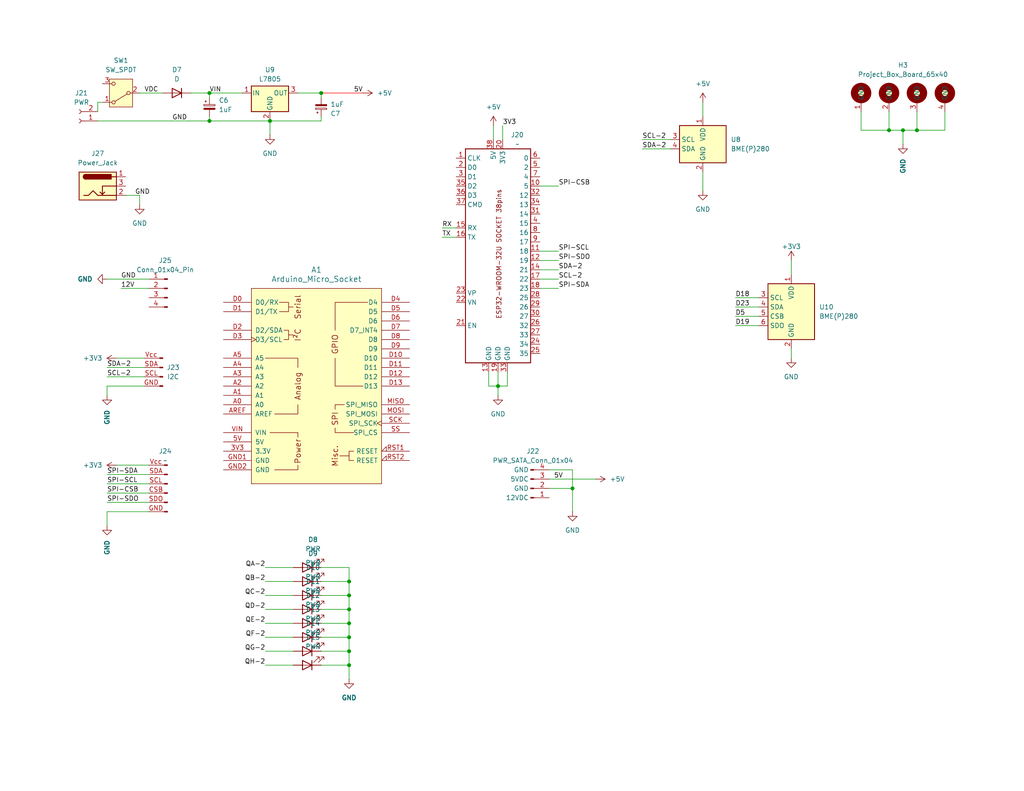
<source format=kicad_sch>
(kicad_sch (version 20231120) (generator "eeschema") (generator_version "8.0")
  (paper "USLetter")
  (title_block (title "ESP32 Sensor Node") (date "2024-07-03") (rev "v2.0") (comment 1 "ESP32-WROOM-32U DevKit"))
  (lib_symbols
    (symbol "+3V3_2" (power) (pin_numbers hide) (pin_names (offset 0) hide)
      (property "Value" "+3V3" (at 0 3.556 0))
      (symbol "+3V3_2_0_1"
        (polyline (pts (xy -0.762 1.27) (xy 0 2.54)))
        (polyline (pts (xy 0 0) (xy 0 2.54)))
        (polyline (pts (xy 0 2.54) (xy 0.762 1.27)))
      )
      (symbol "+3V3_2_1_1"
        (pin power_in line (at 0 0 90) (length 0) (name "~") (number "1"))
      )
    )
    (symbol "+5V_2" (power) (pin_numbers hide) (pin_names (offset 0) hide)
      (property "Value" "+5V" (at 0 3.556 0))
      (symbol "+5V_2_0_1"
        (polyline (pts (xy -0.762 1.27) (xy 0 2.54)))
        (polyline (pts (xy 0 0) (xy 0 2.54)))
        (polyline (pts (xy 0 2.54) (xy 0.762 1.27)))
      )
      (symbol "+5V_2_1_1"
        (pin power_in line (at 0 0 90) (length 0) (name "~") (number "1"))
      )
    )
    (symbol "Alexander Symbol Library:BME(P)280"
      (property "Reference" "U" (at -7.62 10.16 0))
      (property "Value" "BME(P)280" (at 5.08 10.16 0))
      (symbol "BME(P)280_0_1"
        (rectangle (start -7.62 7.62) (end 5.08 -2.54) (stroke (width 0.254)) (fill (type background)))
      )
      (symbol "BME(P)280_1_1"
        (pin power_in line (at -1.27 10.16 270) (length 2.54) (name "VDD") (number "1"))
        (pin power_out line (at -1.27 -5.08 90) (length 2.54) (name "GND") (number "2"))
        (pin input line (at -10.16 3.81 0) (length 2.54) (name "SCL") (number "3"))
        (pin bidirectional line (at -10.16 1.27 0) (length 2.54) (name "SDA") (number "4"))
      )
    )
    (symbol "Alexander Symbol Library:ESP32-WROOM-32U-38pins"
      (property "Reference" "J20" (at 13.6241 62.23 0))
      (property "Value" "~" (at 13.6241 59.69 0))
      (symbol "ESP32-WROOM-32U-38pins_0_1"
        (rectangle (start 0 58.42) (end 17.78 0) (stroke (width 0.254)))
      )
      (symbol "ESP32-WROOM-32U-38pins_1_1"
        (text "ESP32-WROOM-32U SOCKET 38pins" (at 9.144 29.718 900) (effects (font (size 1.27 1.27))))
        (pin input line (at -2.54 55.88 0) (length 2.54) (name "CLK") (number "1"))
        (pin bidirectional line (at 20.32 48.26 180) (length 2.54) (name "5") (number "10"))
        (pin bidirectional line (at 20.32 30.48 180) (length 2.54) (name "18") (number "11"))
        (pin bidirectional line (at 20.32 27.94 180) (length 2.54) (name "19") (number "12"))
        (pin power_out line (at 6.35 -2.54 90) (length 2.54) (name "GND") (number "13"))
        (pin bidirectional line (at 20.32 25.4 180) (length 2.54) (name "21") (number "14"))
        (pin bidirectional line (at -2.54 36.83 0) (length 2.54) (name "RX") (number "15"))
        (pin bidirectional line (at -2.54 34.29 0) (length 2.54) (name "TX") (number "16"))
        (pin bidirectional line (at 20.32 22.86 180) (length 2.54) (name "22") (number "17"))
        (pin bidirectional line (at 20.32 20.32 180) (length 2.54) (name "23") (number "18"))
        (pin power_out line (at 8.89 -2.54 90) (length 2.54) (name "GND") (number "19"))
        (pin bidirectional line (at -2.54 53.34 0) (length 2.54) (name "D0") (number "2"))
        (pin power_in line (at 10.16 60.96 270) (length 2.54) (name "3V3") (number "20"))
        (pin bidirectional line (at -2.54 10.16 0) (length 2.54) (name "EN") (number "21"))
        (pin bidirectional line (at -2.54 16.51 0) (length 2.54) (name "VN") (number "22"))
        (pin bidirectional line (at -2.54 19.05 0) (length 2.54) (name "VP") (number "23"))
        (pin bidirectional line (at 20.32 5.08 180) (length 2.54) (name "34") (number "24"))
        (pin bidirectional line (at 20.32 2.54 180) (length 2.54) (name "35") (number "25"))
        (pin bidirectional line (at 20.32 10.16 180) (length 2.54) (name "32") (number "26"))
        (pin bidirectional line (at 20.32 7.62 180) (length 2.54) (name "33") (number "27"))
        (pin bidirectional line (at 20.32 17.78 180) (length 2.54) (name "25") (number "28"))
        (pin bidirectional line (at 20.32 15.24 180) (length 2.54) (name "26") (number "29"))
        (pin bidirectional line (at -2.54 50.8 0) (length 2.54) (name "D1") (number "3"))
        (pin bidirectional line (at 20.32 12.7 180) (length 2.54) (name "27") (number "30"))
        (pin bidirectional line (at 20.32 40.64 180) (length 2.54) (name "14") (number "31"))
        (pin bidirectional line (at 20.32 45.72 180) (length 2.54) (name "12") (number "32"))
        (pin power_out line (at 11.43 -2.54 90) (length 2.54) (name "GND") (number "33"))
        (pin bidirectional line (at 20.32 43.18 180) (length 2.54) (name "13") (number "34"))
        (pin bidirectional line (at -2.54 48.26 0) (length 2.54) (name "D2") (number "35"))
        (pin bidirectional line (at -2.54 45.72 0) (length 2.54) (name "D3") (number "36"))
        (pin bidirectional line (at -2.54 43.18 0) (length 2.54) (name "CMD") (number "37"))
        (pin power_in line (at 7.62 60.96 270) (length 2.54) (name "5V") (number "38"))
        (pin bidirectional line (at 20.32 38.1 180) (length 2.54) (name "15") (number "4"))
        (pin bidirectional line (at 20.32 53.34 180) (length 2.54) (name "2") (number "5"))
        (pin bidirectional line (at 20.32 55.88 180) (length 2.54) (name "0") (number "6"))
        (pin bidirectional line (at 20.32 50.8 180) (length 2.54) (name "4") (number "7"))
        (pin bidirectional line (at 20.32 35.56 180) (length 2.54) (name "16") (number "8"))
        (pin bidirectional line (at 20.32 33.02 180) (length 2.54) (name "17") (number "9"))
      )
    )
    (symbol "Alexander_Library_Symbols:BME(P)280"
      (property "Reference" "U" (at -7.62 10.16 0))
      (property "Value" "BME(P)280" (at 5.08 10.16 0))
      (symbol "BME(P)280_0_1"
        (rectangle (start -7.62 7.62) (end 5.08 -7.62) (stroke (width 0.254)) (fill (type background)))
      )
      (symbol "BME(P)280_1_1"
        (pin power_in line (at -1.27 10.16 270) (length 2.54) (name "VDD") (number "1"))
        (pin power_out line (at -1.27 -10.16 90) (length 2.54) (name "GND") (number "2"))
        (pin input line (at -10.16 3.81 0) (length 2.54) (name "SCL") (number "3"))
        (pin bidirectional line (at -10.16 1.27 0) (length 2.54) (name "SDA") (number "4"))
        (pin input line (at -10.16 -1.27 0) (length 2.54) (name "CSB") (number "5"))
        (pin input line (at -10.16 -3.81 0) (length 2.54) (name "SDO") (number "6"))
      )
    )
    (symbol "Alexander_Library_Symbols:Conn_I2C_01x04" (pin_names (offset 1.016) hide)
      (property "Reference" "J" (at 0 5.08 0))
      (property "Value" "I2C" (at 0 -7.62 0))
      (symbol "Conn_I2C_01x04_1_1"
        (polyline (pts (xy 1.27 -5.08) (xy 0.8636 -5.08)) (stroke (width 0.1524)))
        (polyline (pts (xy 1.27 -2.54) (xy 0.8636 -2.54)) (stroke (width 0.1524)))
        (polyline (pts (xy 1.27 0) (xy 0.8636 0)) (stroke (width 0.1524)))
        (polyline (pts (xy 1.27 2.54) (xy 0.8636 2.54)) (stroke (width 0.1524)))
        (rectangle (start 0.8636 -4.953) (end 0 -5.207) (stroke (width 0.1524)) (fill (type outline)))
        (rectangle (start 0.8636 -2.413) (end 0 -2.667) (stroke (width 0.1524)) (fill (type outline)))
        (rectangle (start 0.8636 0.127) (end 0 -0.127) (stroke (width 0.1524)) (fill (type outline)))
        (rectangle (start 0.8636 2.667) (end 0 2.413) (stroke (width 0.1524)) (fill (type outline)))
        (pin power_out line (at 5.08 -5.08 180) (length 3.81) (name "GND") (number "GND"))
        (pin bidirectional line (at 5.08 -2.54 180) (length 3.81) (name "SCL") (number "SCL"))
        (pin bidirectional line (at 5.08 0 180) (length 3.81) (name "SDA") (number "SDA"))
        (pin power_in line (at 5.08 2.54 180) (length 3.81) (name "VCC") (number "Vcc"))
      )
    )
    (symbol "Alexander_Library_Symbols:PWR_SATA_Conn_01x04" (pin_names (offset 1.778)) (exclude_from_sim yes)
      (property "Reference" "J" (at 0 -7.62 0))
      (property "Value" "PWR_SATA_Conn_01x04" (at 0 5.08 0))
      (symbol "PWR_SATA_Conn_01x04_1_1"
        (rectangle (start 0 -4.953) (end 0.8636 -5.207) (stroke (width 0.1524)) (fill (type outline)))
        (rectangle (start 0 -2.413) (end 0.8636 -2.667) (stroke (width 0.1524)) (fill (type outline)))
        (polyline (pts (xy 1.27 -5.08) (xy 0.8636 -5.08)) (stroke (width 0.1524)))
        (polyline (pts (xy 1.27 -2.54) (xy 0.8636 -2.54)) (stroke (width 0.1524)))
        (polyline (pts (xy 1.27 0) (xy 0.8636 0)) (stroke (width 0.1524)))
        (polyline (pts (xy 1.27 2.54) (xy 0.8636 2.54)) (stroke (width 0.1524)))
        (rectangle (start 0 0.127) (end 0.8636 -0.127) (stroke (width 0.1524)) (fill (type outline)))
        (rectangle (start 0 2.667) (end 0.8636 2.413) (stroke (width 0.1524)) (fill (type outline)))
        (pin passive line (at 5.08 -5.08 180) (length 3.81) (name "12VDC") (number "1"))
        (pin passive line (at 5.08 -2.54 180) (length 3.81) (name "GND") (number "2"))
        (pin passive line (at 5.08 0 180) (length 3.81) (name "5VDC") (number "3"))
        (pin passive line (at 5.08 2.54 180) (length 3.81) (name "GND") (number "4"))
      )
    )
    (symbol "Alexander_Library_Symbols:Project_Box_Board_65x40"
      (property "Reference" "H" (at 0 7.62 0))
      (property "Value" "Project_Box_Board_65x40" (at 0 5.08 0))
      (symbol "Project_Box_Board_65x40_0_1"
        (circle (center -11.43 -1.27) (radius 1.27) (fill (type background)))
        (circle (center -11.43 -1.27) (radius 1.7961) (stroke (width 2)))
        (circle (center -3.81 -1.27) (radius 1.27) (fill (type background)))
        (circle (center -3.81 -1.27) (radius 1.7961) (stroke (width 2)))
        (circle (center 3.81 -1.27) (radius 1.27) (fill (type background)))
        (circle (center 3.81 -1.27) (radius 1.7961) (stroke (width 2)))
        (circle (center 11.43 -1.27) (radius 1.27) (fill (type background)))
        (circle (center 11.43 -1.27) (radius 1.7961) (stroke (width 2)))
      )
      (symbol "Project_Box_Board_65x40_1_1"
        (pin passive line (at -11.43 -6.35 90) (length 2.54) (name "GND") (number "1"))
        (pin passive line (at -3.81 -6.35 90) (length 2.54) (name "GND") (number "2"))
        (pin passive line (at 3.81 -6.35 90) (length 2.54) (name "GND") (number "3"))
        (pin passive line (at 11.43 -6.35 90) (length 2.54) (name "GND") (number "4"))
      )
    )
    (symbol "Conn_01x04_Pin_1" (pin_names (offset 1.016) hide)
      (property "Reference" "J" (at 0 5.08 0))
      (property "Value" "Conn_01x04_Pin" (at 0 -7.62 0))
      (symbol "Conn_01x04_Pin_1_1_1"
        (polyline (pts (xy 1.27 -5.08) (xy 0.8636 -5.08)) (stroke (width 0.1524)))
        (polyline (pts (xy 1.27 -2.54) (xy 0.8636 -2.54)) (stroke (width 0.1524)))
        (polyline (pts (xy 1.27 0) (xy 0.8636 0)) (stroke (width 0.1524)))
        (polyline (pts (xy 1.27 2.54) (xy 0.8636 2.54)) (stroke (width 0.1524)))
        (rectangle (start 0.8636 -4.953) (end 0 -5.207) (stroke (width 0.1524)) (fill (type outline)))
        (rectangle (start 0.8636 -2.413) (end 0 -2.667) (stroke (width 0.1524)) (fill (type outline)))
        (rectangle (start 0.8636 0.127) (end 0 -0.127) (stroke (width 0.1524)) (fill (type outline)))
        (rectangle (start 0.8636 2.667) (end 0 2.413) (stroke (width 0.1524)) (fill (type outline)))
        (pin passive line (at 5.08 2.54 180) (length 3.81) (name "Pin_1") (number "1"))
        (pin passive line (at 5.08 0 180) (length 3.81) (name "Pin_2") (number "2"))
        (pin passive line (at 5.08 -2.54 180) (length 3.81) (name "Pin_3") (number "3"))
        (pin passive line (at 5.08 -5.08 180) (length 3.81) (name "Pin_4") (number "4"))
      )
    )
    (symbol "Conn_SPI_1" (pin_names hide)
      (property "Reference" "J" (at 0 0 0))
      (symbol "Conn_SPI_1_1_1"
        (polyline (pts (xy 1.27 5.08) (xy 0.8636 5.08)) (stroke (width 0.1524)))
        (polyline (pts (xy 1.27 7.62) (xy 0.8636 7.62)) (stroke (width 0.1524)))
        (polyline (pts (xy 1.27 10.16) (xy 0.8636 10.16)) (stroke (width 0.1524)))
        (polyline (pts (xy 1.27 12.7) (xy 0.8636 12.7)) (stroke (width 0.1524)))
        (polyline (pts (xy 1.27 15.24) (xy 0.8636 15.24)) (stroke (width 0.1524)))
        (polyline (pts (xy 1.27 17.78) (xy 0.8636 17.78)) (stroke (width 0.1524)))
        (rectangle (start 0 10.287) (end 0.8636 10.033) (stroke (width 0.1524)) (fill (type outline)))
        (rectangle (start 0 12.827) (end 0.8636 12.573) (stroke (width 0.1524)) (fill (type outline)))
        (rectangle (start 0.8636 5.207) (end 0 4.953) (stroke (width 0.1524)) (fill (type outline)))
        (rectangle (start 0.8636 7.747) (end 0 7.493) (stroke (width 0.1524)) (fill (type outline)))
        (rectangle (start 0.8636 15.367) (end 0 15.113) (stroke (width 0.1524)) (fill (type outline)))
        (rectangle (start 0.8636 17.907) (end 0 17.653) (stroke (width 0.1524)) (fill (type outline)))
        (pin bidirectional line (at 5.08 10.16 180) (length 3.81) (name "CSB") (number "CSB"))
        (pin power_out line (at 5.08 5.08 180) (length 3.81) (name "GND") (number "GND"))
        (pin bidirectional line (at 5.08 12.7 180) (length 3.81) (name "SCL") (number "SCL"))
        (pin bidirectional line (at 5.08 15.24 180) (length 3.81) (name "SDA") (number "SDA"))
        (pin bidirectional line (at 5.08 7.62 180) (length 3.81) (name "SDO") (number "SDO"))
        (pin power_in line (at 5.08 17.78 180) (length 3.81) (name "VCC") (number "Vcc"))
      )
    )
    (symbol "Connector:Barrel_Jack_Switch" (pin_names hide)
      (property "Reference" "J" (at 0 5.334 0))
      (property "Value" "Barrel_Jack_Switch" (at 0 -5.08 0))
      (symbol "Barrel_Jack_Switch_0_1"
        (rectangle (start -5.08 3.81) (end 5.08 -3.81) (stroke (width 0.254)) (fill (type background)))
        (arc (start -3.302 3.175) (mid -3.9343 2.54) (end -3.302 1.905) (stroke (width 0.254)))
        (arc (start -3.302 3.175) (mid -3.9343 2.54) (end -3.302 1.905) (stroke (width 0.254)) (fill (type outline)))
        (polyline (pts (xy 1.27 -2.286) (xy 1.905 -1.651)) (stroke (width 0.254)))
        (polyline (pts (xy 5.08 2.54) (xy 3.81 2.54)) (stroke (width 0.254)))
        (polyline (pts (xy 5.08 0) (xy 1.27 0) (xy 1.27 -2.286) (xy 0.635 -1.651)) (stroke (width 0.254)))
        (polyline (pts (xy -3.81 -2.54) (xy -2.54 -2.54) (xy -1.27 -1.27) (xy 0 -2.54) (xy 2.54 -2.54) (xy 5.08 -2.54)) (stroke (width 0.254)))
        (rectangle (start 3.683 3.175) (end -3.302 1.905) (stroke (width 0.254)) (fill (type outline)))
      )
      (symbol "Barrel_Jack_Switch_1_1"
        (pin passive line (at 7.62 2.54 180) (length 2.54) (name "~") (number "1"))
        (pin passive line (at 7.62 -2.54 180) (length 2.54) (name "~") (number "2"))
        (pin passive line (at 7.62 0 180) (length 2.54) (name "~") (number "3"))
      )
    )
    (symbol "Connector:Conn_01x02_Socket" (pin_names (offset 1.016) hide)
      (property "Reference" "J" (at 0 2.54 0))
      (property "Value" "Conn_01x02_Socket" (at 0 -5.08 0))
      (symbol "Conn_01x02_Socket_1_1"
        (arc (start 0 -2.032) (mid -0.5058 -2.54) (end 0 -3.048) (stroke (width 0.1524)))
        (polyline (pts (xy -1.27 -2.54) (xy -0.508 -2.54)) (stroke (width 0.1524)))
        (polyline (pts (xy -1.27 0) (xy -0.508 0)) (stroke (width 0.1524)))
        (arc (start 0 0.508) (mid -0.5058 0) (end 0 -0.508) (stroke (width 0.1524)))
        (pin passive line (at -5.08 0 0) (length 3.81) (name "Pin_1") (number "1"))
        (pin passive line (at -5.08 -2.54 0) (length 3.81) (name "Pin_2") (number "2"))
      )
    )
    (symbol "Device:C_Polarized_Small" (pin_numbers hide) (pin_names (offset 0.254) hide)
      (property "Reference" "C" (at 0.254 1.778 0))
      (property "Value" "C_Polarized_Small" (at 0.254 -2.032 0))
      (symbol "C_Polarized_Small_0_1"
        (rectangle (start -1.524 -0.3048) (end 1.524 -0.6858) (fill (type outline)))
        (rectangle (start -1.524 0.6858) (end 1.524 0.3048))
        (polyline (pts (xy -1.27 1.524) (xy -0.762 1.524)))
        (polyline (pts (xy -1.016 1.27) (xy -1.016 1.778)))
      )
      (symbol "C_Polarized_Small_1_1"
        (pin passive line (at 0 2.54 270) (length 1.8542) (name "~") (number "1"))
        (pin passive line (at 0 -2.54 90) (length 1.8542) (name "~") (number "2"))
      )
    )
    (symbol "Device:D" (pin_numbers hide) (pin_names (offset 1.016) hide)
      (property "Reference" "D" (at 0 2.54 0))
      (property "Value" "D" (at 0 -2.54 0))
      (symbol "D_0_1"
        (polyline (pts (xy -1.27 1.27) (xy -1.27 -1.27)) (stroke (width 0.254)))
        (polyline (pts (xy 1.27 0) (xy -1.27 0)))
        (polyline (pts (xy 1.27 1.27) (xy 1.27 -1.27) (xy -1.27 0) (xy 1.27 1.27)) (stroke (width 0.254)))
      )
      (symbol "D_1_1"
        (pin passive line (at -3.81 0 0) (length 2.54) (name "K") (number "1"))
        (pin passive line (at 3.81 0 180) (length 2.54) (name "A") (number "2"))
      )
    )
    (symbol "Device:LED" (pin_numbers hide) (pin_names (offset 1.016) hide)
      (property "Reference" "D" (at 0 2.54 0))
      (property "Value" "LED" (at 0 -2.54 0))
      (symbol "LED_0_1"
        (polyline (pts (xy -1.27 -1.27) (xy -1.27 1.27)) (stroke (width 0.254)))
        (polyline (pts (xy -1.27 0) (xy 1.27 0)))
        (polyline (pts (xy 1.27 -1.27) (xy 1.27 1.27) (xy -1.27 0) (xy 1.27 -1.27)) (stroke (width 0.254)))
        (polyline (pts (xy -3.048 -0.762) (xy -4.572 -2.286) (xy -3.81 -2.286) (xy -4.572 -2.286) (xy -4.572 -1.524)))
        (polyline (pts (xy -1.778 -0.762) (xy -3.302 -2.286) (xy -2.54 -2.286) (xy -3.302 -2.286) (xy -3.302 -1.524)))
      )
      (symbol "LED_1_1"
        (pin passive line (at -3.81 0 0) (length 2.54) (name "K") (number "1"))
        (pin passive line (at 3.81 0 180) (length 2.54) (name "A") (number "2"))
      )
    )
    (symbol "GND_4" (power) (pin_numbers hide) (pin_names (offset 0) hide)
      (property "Value" "GND" (at 0 -3.81 0))
      (symbol "GND_4_0_1"
        (polyline (pts (xy 0 0) (xy 0 -1.27) (xy 1.27 -1.27) (xy 0 -2.54) (xy -1.27 -1.27) (xy 0 -1.27)))
      )
      (symbol "GND_4_1_1"
        (pin power_in line (at 0 0 270) (length 0) (name "~") (number "1"))
      )
    )
    (symbol "GND_7" (power) (pin_numbers hide) (pin_names (offset 0) hide)
      (property "Value" "GND" (at 0 -3.81 0))
      (symbol "GND_7_0_1"
        (polyline (pts (xy 0 0) (xy 0 -1.27) (xy 1.27 -1.27) (xy 0 -2.54) (xy -1.27 -1.27) (xy 0 -1.27)))
      )
      (symbol "GND_7_1_1"
        (pin power_in line (at 0 0 270) (length 0) (name "~") (number "1"))
      )
    )
    (symbol "PCM_arduino-library:Arduino_Micro_Socket" (pin_names (offset 1.016))
      (property "Reference" "A" (at 0 33.02 0))
      (property "Value" "Arduino_Micro_Socket" (at 0 29.21 0))
      (symbol "Arduino_Micro_Socket_0_0"
        (rectangle (start -17.78 26.67) (end 17.78 -26.67) (fill (type background)))
        (polyline (pts (xy -7.62 13.97) (xy -6.35 13.97)))
        (polyline (pts (xy -7.62 21.59) (xy -6.35 21.59)))
        (polyline (pts (xy 8.89 -19.05) (xy 6.35 -19.05)))
        (polyline (pts (xy -11.43 -22.86) (xy -5.08 -22.86) (xy -5.08 -21.59)))
        (polyline (pts (xy -5.08 -13.97) (xy -5.08 -12.7) (xy -12.7 -12.7)))
        (polyline (pts (xy -5.08 -5.08) (xy -5.08 -7.62) (xy -11.43 -7.62)))
        (polyline (pts (xy -5.08 5.08) (xy -5.08 7.62) (xy -13.97 7.62)))
        (polyline (pts (xy 5.08 -11.43) (xy 5.08 -12.7) (xy 10.16 -12.7)))
        (polyline (pts (xy 5.08 7.62) (xy 5.08 0) (xy 12.7 0)))
        (polyline (pts (xy 7.62 -5.08) (xy 5.08 -5.08) (xy 5.08 -6.35)))
        (polyline (pts (xy 13.97 22.86) (xy 5.08 22.86) (xy 5.08 15.24)))
        (polyline (pts (xy -10.16 22.86) (xy -7.62 22.86) (xy -7.62 20.32) (xy -10.16 20.32)))
        (polyline (pts (xy -8.89 15.24) (xy -7.62 15.24) (xy -7.62 12.7) (xy -8.89 12.7)))
        (text "Analog" (at -5.08 0 900) (effects (font (size 1.524 1.524))))
        (text "I²C" (at -5.08 13.97 900) (effects (font (size 1.524 1.524))))
        (text "Misc." (at 5.08 -19.05 900) (effects (font (size 1.524 1.524))))
        (text "Power" (at -5.08 -17.78 900) (effects (font (size 1.524 1.524))))
        (text "Serial" (at -5.08 21.59 900) (effects (font (size 1.524 1.524))))
        (text "SPI" (at 5.08 -8.89 900) (effects (font (size 1.524 1.524))))
      )
      (symbol "Arduino_Micro_Socket_0_1"
        (polyline (pts (xy 10.16 -17.78) (xy 8.89 -17.78) (xy 8.89 -20.32) (xy 10.16 -20.32)))
      )
      (symbol "Arduino_Micro_Socket_1_0"
        (text "GPIO" (at 5.08 11.43 900) (effects (font (size 1.524 1.524))))
      )
      (symbol "Arduino_Micro_Socket_1_1"
        (pin power_out line (at -25.4 -17.78 0) (length 7.62) (name "3.3V") (number "3V3"))
        (pin power_in line (at -25.4 -15.24 0) (length 7.62) (name "5V") (number "5V"))
        (pin bidirectional line (at -25.4 -5.08 0) (length 7.62) (name "A0") (number "A0"))
        (pin bidirectional line (at -25.4 -2.54 0) (length 7.62) (name "A1") (number "A1"))
        (pin bidirectional line (at -25.4 0 0) (length 7.62) (name "A2") (number "A2"))
        (pin bidirectional line (at -25.4 2.54 0) (length 7.62) (name "A3") (number "A3"))
        (pin bidirectional line (at -25.4 5.08 0) (length 7.62) (name "A4") (number "A4"))
        (pin bidirectional line (at -25.4 7.62 0) (length 7.62) (name "A5") (number "A5"))
        (pin input line (at -25.4 -7.62 0) (length 7.62) (name "AREF") (number "AREF"))
        (pin bidirectional line (at -25.4 22.86 0) (length 7.62) (name "D0/RX") (number "D0"))
        (pin bidirectional line (at -25.4 20.32 0) (length 7.62) (name "D1/TX") (number "D1"))
        (pin bidirectional line (at 25.4 7.62 180) (length 7.62) (name "D10") (number "D10"))
        (pin bidirectional line (at 25.4 5.08 180) (length 7.62) (name "D11") (number "D11"))
        (pin bidirectional line (at 25.4 2.54 180) (length 7.62) (name "D12") (number "D12"))
        (pin bidirectional line (at 25.4 0 180) (length 7.62) (name "D13") (number "D13"))
        (pin bidirectional line (at -25.4 15.24 0) (length 7.62) (name "D2/SDA") (number "D2"))
        (pin bidirectional clock (at -25.4 12.7 0) (length 7.62) (name "D3/SCL") (number "D3"))
        (pin bidirectional line (at 25.4 22.86 180) (length 7.62) (name "D4") (number "D4"))
        (pin bidirectional line (at 25.4 20.32 180) (length 7.62) (name "D5") (number "D5"))
        (pin bidirectional line (at 25.4 17.78 180) (length 7.62) (name "D6") (number "D6"))
        (pin bidirectional line (at 25.4 15.24 180) (length 7.62) (name "D7_INT4") (number "D7"))
        (pin bidirectional line (at 25.4 12.7 180) (length 7.62) (name "D8") (number "D8"))
        (pin bidirectional line (at 25.4 10.16 180) (length 7.62) (name "D9") (number "D9"))
        (pin power_in line (at -25.4 -20.32 0) (length 7.62) (name "GND") (number "GND1"))
        (pin power_in line (at -25.4 -22.86 0) (length 7.62) (name "GND") (number "GND2"))
        (pin input line (at 25.4 -5.08 180) (length 7.62) (name "SPI_MISO") (number "MISO"))
        (pin output line (at 25.4 -7.62 180) (length 7.62) (name "SPI_MOSI") (number "MOSI"))
        (pin open_collector input_low (at 25.4 -17.78 180) (length 7.62) (name "RESET") (number "RST1"))
        (pin open_collector input_low (at 25.4 -20.32 180) (length 7.62) (name "RESET") (number "RST2"))
        (pin output clock (at 25.4 -10.16 180) (length 7.62) (name "SPI_SCK") (number "SCK"))
        (pin bidirectional line (at 25.4 -12.7 180) (length 7.62) (name "SPI_CS") (number "SS"))
        (pin power_in line (at -25.4 -12.7 0) (length 7.62) (name "VIN") (number "VIN"))
      )
    )
    (symbol "Regulator_Linear:L7805" (pin_names (offset 0.254))
      (property "Reference" "U4" (at 0 6.35 0))
      (property "Value" "L7805" (at 0 3.81 0))
      (symbol "L7805_0_1"
        (rectangle (start -5.08 1.905) (end 5.08 -5.08) (stroke (width 0.254)) (fill (type background)))
      )
      (symbol "L7805_1_1"
        (pin power_in line (at -7.62 0 0) (length 2.54) (name "IN") (number "1"))
        (pin power_in line (at 0 -7.62 90) (length 2.54) (name "GND") (number "2"))
        (pin power_out line (at 7.62 0 180) (length 2.54) (name "OUT") (number "3"))
      )
    )
    (symbol "Switch:SW_SPDT" (pin_names (offset 0) hide)
      (property "Reference" "SW" (at 0 5.08 0))
      (property "Value" "SW_SPDT" (at 0 -5.08 0))
      (symbol "SW_SPDT_0_1"
        (circle (center -2.032 0) (radius 0.4572))
        (polyline (pts (xy -1.651 0.254) (xy 1.651 2.286)))
        (circle (center 2.032 -2.54) (radius 0.4572))
        (circle (center 2.032 2.54) (radius 0.4572))
      )
      (symbol "SW_SPDT_1_1"
        (rectangle (start -3.175 3.81) (end 3.175 -3.81) (fill (type background)))
        (pin passive line (at 5.08 2.54 180) (length 2.54) (name "A") (number "1"))
        (pin passive line (at -5.08 0 0) (length 2.54) (name "B") (number "2"))
        (pin passive line (at 5.08 -2.54 180) (length 2.54) (name "C") (number "3"))
      )
    )
    (symbol "power:+3V3" (power) (pin_names (offset 0))
      (property "Value" "+3V3" (at 0 3.556 0))
      (symbol "+3V3_0_1"
        (polyline (pts (xy -0.762 1.27) (xy 0 2.54)))
        (polyline (pts (xy 0 0) (xy 0 2.54)))
        (polyline (pts (xy 0 2.54) (xy 0.762 1.27)))
      )
      (symbol "+3V3_1_1"
        (pin power_in line (at 0 0 90) (length 0) hide (name "+3V3") (number "1"))
      )
    )
    (symbol "power:GND" (power) (pin_names (offset 0))
      (property "Value" "GND" (at 0 -3.81 0))
      (symbol "GND_0_1"
        (polyline (pts (xy 0 0) (xy 0 -1.27) (xy 1.27 -1.27) (xy 0 -2.54) (xy -1.27 -1.27) (xy 0 -1.27)))
      )
      (symbol "GND_1_1"
        (pin power_in line (at 0 0 270) (length 0) hide (name "GND") (number "1"))
      )
    )
  )
  (junction (at 95.25 158.75))
  (junction (at 95.25 166.37))
  (junction (at 242.57 35.56))
  (junction (at 95.25 162.56))
  (junction (at 57.15 33.02))
  (junction (at 87.63 25.4))
  (junction (at 95.25 177.8))
  (junction (at 250.19 35.56))
  (junction (at 57.15 25.4))
  (junction (at 135.89 105.41))
  (junction (at 156.21 133.35))
  (junction (at 95.25 173.99))
  (junction (at 95.25 181.61))
  (junction (at 95.25 170.18))
  (junction (at 73.66 33.02))
  (junction (at 246.38 35.56))
  (wire (pts (xy 29.21 134.62) (xy 40.64 134.62)))
  (wire (pts (xy 147.32 68.58) (xy 152.4 68.58)))
  (wire (pts (xy 26.67 33.02) (xy 57.15 33.02)))
  (wire (pts (xy 95.25 181.61) (xy 95.25 185.42)))
  (wire (pts (xy 147.32 78.74) (xy 152.4 78.74)))
  (wire (pts (xy 87.63 166.37) (xy 95.25 166.37)))
  (wire (pts (xy 95.25 173.99) (xy 95.25 177.8)))
  (wire (pts (xy 200.66 83.82) (xy 207.01 83.82)))
  (wire (pts (xy 95.25 154.94) (xy 95.25 158.75)))
  (wire (pts (xy 246.38 39.37) (xy 246.38 35.56)))
  (wire (pts (xy 29.21 76.2) (xy 40.64 76.2)))
  (wire (pts (xy 134.62 34.29) (xy 134.62 38.1)))
  (wire (pts (xy 34.29 53.34) (xy 38.1 53.34)))
  (wire (pts (xy 257.81 35.56) (xy 250.19 35.56)))
  (wire (pts (xy 147.32 50.8) (xy 152.4 50.8)))
  (wire (pts (xy 38.1 53.34) (xy 38.1 55.88)))
  (wire (pts (xy 72.39 166.37) (xy 80.01 166.37)))
  (wire (pts (xy 133.35 105.41) (xy 135.89 105.41)))
  (wire (pts (xy 120.65 64.77) (xy 124.46 64.77)))
  (wire (pts (xy 147.32 76.2) (xy 152.4 76.2)))
  (wire (pts (xy 87.63 33.02) (xy 73.66 33.02)))
  (wire (pts (xy 257.81 30.48) (xy 257.81 35.56)))
  (wire (pts (xy 29.21 137.16) (xy 40.64 137.16)))
  (wire (pts (xy 72.39 181.61) (xy 80.01 181.61)))
  (wire (pts (xy 147.32 73.66) (xy 152.4 73.66)))
  (wire (pts (xy 191.77 46.99) (xy 191.77 52.07)))
  (wire (pts (xy 135.89 105.41) (xy 135.89 107.95)))
  (wire (pts (xy 87.63 181.61) (xy 95.25 181.61)))
  (wire (pts (xy 57.15 26.67) (xy 57.15 25.4)))
  (wire (pts (xy 72.39 158.75) (xy 80.01 158.75)))
  (wire (pts (xy 95.25 177.8) (xy 95.25 181.61)))
  (wire (pts (xy 215.9 95.25) (xy 215.9 97.79)))
  (wire (pts (xy 133.35 101.6) (xy 133.35 105.41)))
  (wire (pts (xy 156.21 128.27) (xy 156.21 133.35)))
  (wire (pts (xy 29.21 100.33) (xy 39.37 100.33)))
  (wire (pts (xy 72.39 173.99) (xy 80.01 173.99)))
  (wire (pts (xy 87.63 177.8) (xy 95.25 177.8)))
  (wire (pts (xy 57.15 25.4) (xy 66.04 25.4)))
  (wire (pts (xy 87.63 158.75) (xy 95.25 158.75)))
  (wire (pts (xy 175.26 40.64) (xy 182.88 40.64)))
  (wire (pts (xy 156.21 133.35) (xy 156.21 139.7)))
  (wire (pts (xy 200.66 88.9) (xy 207.01 88.9)))
  (wire (pts (xy 149.86 130.81) (xy 162.56 130.81)))
  (wire (pts (xy 138.43 105.41) (xy 135.89 105.41)))
  (wire (pts (xy 52.07 25.4) (xy 57.15 25.4)))
  (wire (pts (xy 29.21 107.95) (xy 29.21 105.41)))
  (wire (pts (xy 26.67 30.48) (xy 26.67 27.94)))
  (wire (pts (xy 81.28 25.4) (xy 87.63 25.4)))
  (wire (pts (xy 87.63 25.4) (xy 87.63 26.67)))
  (wire (pts (xy 242.57 30.48) (xy 242.57 35.56)))
  (wire (pts (xy 57.15 33.02) (xy 73.66 33.02)))
  (wire (pts (xy 87.63 31.75) (xy 87.63 33.02)))
  (wire (pts (xy 87.63 25.4) (xy 99.06 25.4)) (stroke (width 0) (color 255 0 0 1)))
  (wire (pts (xy 149.86 133.35) (xy 156.21 133.35)))
  (wire (pts (xy 95.25 166.37) (xy 95.25 170.18)))
  (wire (pts (xy 29.21 139.7) (xy 40.64 139.7)))
  (wire (pts (xy 31.75 97.79) (xy 39.37 97.79)))
  (wire (pts (xy 120.65 62.23) (xy 124.46 62.23)))
  (wire (pts (xy 215.9 71.12) (xy 215.9 74.93)))
  (wire (pts (xy 138.43 101.6) (xy 138.43 105.41)))
  (wire (pts (xy 26.67 27.94) (xy 27.94 27.94)))
  (wire (pts (xy 137.16 34.29) (xy 137.16 38.1)))
  (wire (pts (xy 72.39 162.56) (xy 80.01 162.56)))
  (wire (pts (xy 191.77 27.94) (xy 191.77 31.75)))
  (wire (pts (xy 73.66 33.02) (xy 73.66 36.83)))
  (wire (pts (xy 147.32 71.12) (xy 152.4 71.12)))
  (wire (pts (xy 149.86 128.27) (xy 156.21 128.27)))
  (wire (pts (xy 250.19 35.56) (xy 246.38 35.56)))
  (wire (pts (xy 135.89 101.6) (xy 135.89 105.41)))
  (wire (pts (xy 31.75 127) (xy 40.64 127)))
  (wire (pts (xy 72.39 177.8) (xy 80.01 177.8)))
  (wire (pts (xy 80.01 154.94) (xy 72.39 154.94)))
  (wire (pts (xy 57.15 31.75) (xy 57.15 33.02)))
  (wire (pts (xy 95.25 170.18) (xy 95.25 173.99)))
  (wire (pts (xy 95.25 158.75) (xy 95.25 162.56)))
  (wire (pts (xy 200.66 86.36) (xy 207.01 86.36)))
  (wire (pts (xy 200.66 81.28) (xy 207.01 81.28)))
  (wire (pts (xy 29.21 143.51) (xy 29.21 139.7)))
  (wire (pts (xy 242.57 35.56) (xy 246.38 35.56)))
  (wire (pts (xy 72.39 170.18) (xy 80.01 170.18)))
  (wire (pts (xy 175.26 38.1) (xy 182.88 38.1)))
  (wire (pts (xy 234.95 30.48) (xy 234.95 35.56)))
  (wire (pts (xy 95.25 162.56) (xy 95.25 166.37)))
  (wire (pts (xy 87.63 162.56) (xy 95.25 162.56)))
  (wire (pts (xy 250.19 30.48) (xy 250.19 35.56)))
  (wire (pts (xy 38.1 25.4) (xy 44.45 25.4)))
  (wire (pts (xy 87.63 173.99) (xy 95.25 173.99)))
  (wire (pts (xy 29.21 105.41) (xy 39.37 105.41)))
  (wire (pts (xy 87.63 154.94) (xy 95.25 154.94)))
  (wire (pts (xy 29.21 132.08) (xy 40.64 132.08)))
  (wire (pts (xy 33.02 78.74) (xy 40.64 78.74)))
  (wire (pts (xy 29.21 129.54) (xy 40.64 129.54)))
  (wire (pts (xy 29.21 102.87) (xy 39.37 102.87)))
  (wire (pts (xy 87.63 170.18) (xy 95.25 170.18)))
  (wire (pts (xy 234.95 35.56) (xy 242.57 35.56)))
  (label "SDA-2" (at 175.26 40.64 0))
  (label "SPI-SCL" (at 29.21 132.08 0))
  (label "5V" (at 96.52 25.4 0))
  (label "GND" (at 46.99 33.02 0))
  (label "QG-2" (at 72.39 177.8 180))
  (label "QA-2" (at 72.39 154.94 180))
  (label "SPI-CSB" (at 152.4 50.8 0))
  (label "QH-2" (at 72.39 181.61 180))
  (label "3V3" (at 137.16 34.29 0))
  (label "GND" (at 36.83 53.34 0))
  (label "SCL-2" (at 152.4 76.2 0))
  (label "SPI-SDO" (at 152.4 71.12 0))
  (label "QF-2" (at 72.39 173.99 180))
  (label "VIN" (at 57.15 25.4 0))
  (label "QB-2" (at 72.39 158.75 180))
  (label "SPI-CSB" (at 29.21 134.62 0))
  (label "SPI-SDA" (at 152.4 78.74 0))
  (label "SPI-SDO" (at 29.21 137.16 0))
  (label "5V" (at 151.13 130.81 0))
  (label "SDA-2" (at 29.21 100.33 0))
  (label "D18" (at 200.66 81.28 0))
  (label "QD-2" (at 72.39 166.37 180))
  (label "D5" (at 200.66 86.36 0))
  (label "SCL-2" (at 29.21 102.87 0))
  (label "SDA-2" (at 152.4 73.66 0))
  (label "D23" (at 200.66 83.82 0))
  (label "SCL-2" (at 175.26 38.1 0))
  (label "GND" (at 33.02 76.2 0))
  (label "RX" (at 120.65 62.23 0))
  (label "TX" (at 120.65 64.77 0))
  (label "QE-2" (at 72.39 170.18 180))
  (label "QC-2" (at 72.39 162.56 180))
  (label "D19" (at 200.66 88.9 0))
  (label "SPI-SDA" (at 29.21 129.54 0))
  (label "SPI-SCL" (at 152.4 68.58 0))
  (label "12V" (at 33.02 78.74 0))
  (label "VDC" (at 39.37 25.4 0))
  (symbol (lib_id "Device:LED") (at 83.82 170.18 180) (unit 1) (on_board no)
    (property "Reference" "D12" (at 85.4075 162.56 0))
    (property "Value" "PWR" (at 85.4075 165.1 0))
    (property "Footprint" "LED_SMD:LED_1210_3225Metric_Pad1.42x2.65mm_HandSolder" (effects (hide yes)))
    (property "Description" "Light emitting diode" (effects (hide yes)))
  )
  (symbol (lib_name "GND_4") (lib_id "power:GND") (at 95.25 185.42 0) (unit 1)
    (property "Reference" "#PWR040" (effects (hide yes)))
    (property "Value" "GND" (at 95.25 190.5 0) (effects (font (bold yes))))
    (property "Description" "Power symbol creates a global label with name \"GND\" , ground" (effects (hide yes)))
  )
  (symbol (lib_id "Device:LED") (at 83.82 181.61 180) (unit 1) (on_board no)
    (property "Reference" "D15" (at 85.4075 173.99 0))
    (property "Value" "PWR" (at 85.4075 176.53 0))
    (property "Footprint" "LED_SMD:LED_1210_3225Metric_Pad1.42x2.65mm_HandSolder" (effects (hide yes)))
    (property "Description" "Light emitting diode" (effects (hide yes)))
  )
  (symbol (lib_id "Device:D") (at 48.26 25.4 180) (unit 1)
    (property "Reference" "D7" (at 48.26 19.05 0))
    (property "Value" "D" (at 48.26 21.59 0))
    (property "Footprint" "Diode_SMD:D_1210_3225Metric" (effects (hide yes)))
    (property "Description" "Diode" (effects (hide yes)))
    (property "Sim.Device" "D" (effects (hide yes)))
    (property "Sim.Pins" "1=K 2=A" (effects (hide yes)))
  )
  (symbol (lib_id "Alexander_Library_Symbols:Conn_I2C_01x04") (at 44.45 100.33 0) (mirror y) (unit 1)
    (property "Reference" "J23" (at 47.244 100.33 0))
    (property "Value" "I2C" (at 47.244 102.87 0))
    (property "Footprint" "Alexander Footprint Library:Conn_I2C" (effects (hide yes)))
  )
  (symbol (lib_id "Alexander Symbol Library:ESP32-WROOM-32U-38pins") (at 127 99.06 0) (unit 1)
    (property "Reference" "J20" (at 139.3541 36.83 0) (effects (justify left)))
    (property "Value" "~" (at 140.6241 39.37 0) (effects (justify left)))
    (property "Footprint" "Alexander Footprint Library:Conn_ESP32_WROOM-DevKit-38pins" (effects (hide yes)))
    (property "Description" "Connector ESP32 WROOM 32D Module 38pins anthena" (effects (hide yes)))
  )
  (symbol (lib_id "Device:C_Polarized_Small") (at 57.15 29.21 0) (unit 1)
    (property "Reference" "C6" (at 59.69 27.3939 0) (effects (justify left)))
    (property "Value" "1uF" (at 59.69 29.9339 0) (effects (justify left)))
    (property "Footprint" "Capacitor_THT:CP_Radial_D4.0mm_P2.00mm" (effects (hide yes)))
  )
  (symbol (lib_name "+5V_2") (lib_id "power:+5V") (at 99.06 25.4 270) (unit 1)
    (property "Reference" "#PWR039" (effects (hide yes)))
    (property "Value" "+5V" (at 102.87 25.3999 90) (effects (justify left)))
    (property "Description" "Power symbol creates a global label with name \"+5V\"" (effects (hide yes)))
  )
  (symbol (lib_id "power:GND") (at 29.21 76.2 270) (unit 1)
    (property "Reference" "#PWR036" (effects (hide yes)))
    (property "Value" "GND" (at 25.4 76.2 90) (effects (font (bold yes)) (justify right)))
  )
  (symbol (lib_id "Device:LED") (at 83.82 177.8 180) (unit 1) (on_board no)
    (property "Reference" "D14" (at 85.4075 170.18 0))
    (property "Value" "PWR" (at 85.4075 172.72 0))
    (property "Footprint" "LED_SMD:LED_1210_3225Metric_Pad1.42x2.65mm_HandSolder" (effects (hide yes)))
    (property "Description" "Light emitting diode" (effects (hide yes)))
  )
  (symbol (lib_name "+5V_2") (lib_id "power:+5V") (at 162.56 130.81 270) (unit 1)
    (property "Reference" "#PWR034" (effects (hide yes)))
    (property "Value" "+5V" (at 166.37 130.8099 90) (effects (justify left)))
    (property "Description" "Power symbol creates a global label with name \"+5V\"" (effects (hide yes)))
  )
  (symbol (lib_name "+5V_2") (lib_id "power:+5V") (at 191.77 27.94 0) (unit 1)
    (property "Reference" "#PWR031" (effects (hide yes)))
    (property "Value" "+5V" (at 191.77 22.86 0))
    (property "Description" "Power symbol creates a global label with name \"+5V\"" (effects (hide yes)))
  )
  (symbol (lib_id "power:+3V3") (at 31.75 97.79 90) (unit 1)
    (property "Reference" "#PWR038" (effects (hide yes)))
    (property "Value" "+3V3" (at 27.94 97.79 90) (effects (justify left)))
  )
  (symbol (lib_id "power:GND") (at 246.38 39.37 0) (unit 1)
    (property "Reference" "#PWR045" (effects (hide yes)))
    (property "Value" "GND" (at 246.38 43.18 90) (effects (font (bold yes)) (justify right)))
  )
  (symbol (lib_id "Device:LED") (at 83.82 166.37 180) (unit 1) (on_board no)
    (property "Reference" "D11" (at 85.4075 158.75 0))
    (property "Value" "PWR" (at 85.4075 161.29 0))
    (property "Footprint" "LED_SMD:LED_1210_3225Metric_Pad1.42x2.65mm_HandSolder" (effects (hide yes)))
    (property "Description" "Light emitting diode" (effects (hide yes)))
  )
  (symbol (lib_id "power:GND") (at 29.21 107.95 0) (unit 1)
    (property "Reference" "#PWR037" (effects (hide yes)))
    (property "Value" "GND" (at 29.21 111.76 90) (effects (font (bold yes)) (justify right)))
  )
  (symbol (lib_id "PCM_arduino-library:Arduino_Micro_Socket") (at 86.36 105.41 0) (unit 1) (on_board no)
    (property "Reference" "A1" (at 86.36 73.66 0) (effects (font (size 1.524 1.524))))
    (property "Value" "Arduino_Micro_Socket" (at 86.36 76.2 0) (effects (font (size 1.524 1.524))))
    (property "Footprint" "PCM_arduino-library:Arduino_Micro_Socket" (effects (hide yes)))
    (property "Datasheet" "https://docs.arduino.cc/hardware/micro" (effects (hide yes)))
    (property "Description" "Socket for Arduino Micro" (effects (hide yes)))
  )
  (symbol (lib_id "power:GND") (at 191.77 52.07 0) (unit 1)
    (property "Reference" "#PWR032" (effects (hide yes)))
    (property "Value" "GND" (at 191.77 57.15 0))
  )
  (symbol (lib_id "power:GND") (at 29.21 143.51 0) (unit 1)
    (property "Reference" "#PWR041" (effects (hide yes)))
    (property "Value" "GND" (at 29.21 147.32 90) (effects (font (bold yes)) (justify right)))
  )
  (symbol (lib_name "Conn_01x04_Pin_1") (lib_id "Connector:Conn_01x04_Pin") (at 45.72 78.74 0) (mirror y) (unit 1)
    (property "Reference" "J25" (at 45.085 71.12 0))
    (property "Value" "Conn_01x04_Pin" (at 45.085 73.66 0))
    (property "Footprint" "Connector:FanPinHeader_1x04_P2.54mm_Vertical" (effects (hide yes)))
    (property "Description" "Generic connector, single row, 01x04, script generated" (effects (hide yes)))
  )
  (symbol (lib_name "GND_7") (lib_id "power:GND") (at 73.66 36.83 0) (unit 1)
    (property "Reference" "#PWR035" (effects (hide yes)))
    (property "Value" "GND" (at 73.66 41.91 0))
    (property "Description" "Power symbol creates a global label with name \"GND\" , ground" (effects (hide yes)))
  )
  (symbol (lib_id "Connector:Barrel_Jack_Switch") (at 26.67 50.8 0) (unit 1)
    (property "Reference" "J27" (at 26.67 41.91 0))
    (property "Value" "Power_Jack" (at 26.67 44.45 0))
    (property "Footprint" "Connector:Banana_Jack_3Pin" (effects (hide yes)))
    (property "Description" "DC Barrel Jack with an internal switch" (effects (hide yes)))
  )
  (symbol (lib_name "GND_7") (lib_id "power:GND") (at 156.21 139.7 0) (unit 1)
    (property "Reference" "#PWR033" (effects (hide yes)))
    (property "Value" "GND" (at 156.21 144.78 0))
    (property "Description" "Power symbol creates a global label with name \"GND\" , ground" (effects (hide yes)))
  )
  (symbol (lib_name "GND_7") (lib_id "power:GND") (at 38.1 55.88 0) (unit 1)
    (property "Reference" "#PWR046" (effects (hide yes)))
    (property "Value" "GND" (at 38.1 60.96 0))
    (property "Description" "Power symbol creates a global label with name \"GND\" , ground" (effects (hide yes)))
  )
  (symbol (lib_id "Device:LED") (at 83.82 158.75 180) (unit 1) (on_board no)
    (property "Reference" "D9" (at 85.4075 151.13 0))
    (property "Value" "PWR" (at 85.4075 153.67 0))
    (property "Footprint" "LED_SMD:LED_1210_3225Metric_Pad1.42x2.65mm_HandSolder" (effects (hide yes)))
    (property "Description" "Light emitting diode" (effects (hide yes)))
  )
  (symbol (lib_id "Device:LED") (at 83.82 162.56 180) (unit 1) (on_board no)
    (property "Reference" "D10" (at 85.4075 154.94 0))
    (property "Value" "PWR" (at 85.4075 157.48 0))
    (property "Footprint" "LED_SMD:LED_1210_3225Metric_Pad1.42x2.65mm_HandSolder" (effects (hide yes)))
    (property "Description" "Light emitting diode" (effects (hide yes)))
  )
  (symbol (lib_id "Connector:Conn_01x02_Socket") (at 21.59 33.02 180) (unit 1)
    (property "Reference" "J21" (at 22.225 25.4 0))
    (property "Value" "PWR" (at 22.225 27.94 0))
    (property "Footprint" "Connector_PinSocket_2.54mm:PinSocket_1x02_P2.54mm_Vertical" (effects (hide yes)))
  )
  (symbol (lib_id "Alexander_Library_Symbols:Project_Box_Board_65x40") (at 246.38 24.13 0) (unit 1)
    (property "Reference" "H3" (at 246.38 17.78 0))
    (property "Value" "Project_Box_Board_65x40" (at 246.38 20.32 0))
    (property "Footprint" "Alexander Footprint Library:Board_65-40" (effects (hide yes)))
    (property "Description" "3.2mm Diameter Mounting Holes Pads (M3)" (effects (hide yes)))
  )
  (symbol (lib_name "+5V_2") (lib_id "power:+5V") (at 134.62 34.29 0) (unit 1)
    (property "Reference" "#PWR029" (effects (hide yes)))
    (property "Value" "+5V" (at 134.62 29.21 0))
    (property "Description" "Power symbol creates a global label with name \"+5V\"" (effects (hide yes)))
  )
  (symbol (lib_id "Alexander_Library_Symbols:BME(P)280") (at 217.17 85.09 0) (unit 1) (on_board no)
    (property "Reference" "U10" (at 223.52 83.8199 0) (effects (justify left)))
    (property "Value" "BME(P)280" (at 223.52 86.3599 0) (effects (justify left)))
    (property "Footprint" "Alexander Footprint Library:BME280_BMP280_I2C" (effects (hide yes)))
    (property "Description" "Absolute Barometric Pressure Sensor" (effects (hide yes)))
  )
  (symbol (lib_id "power:GND") (at 215.9 97.79 0) (unit 1)
    (property "Reference" "#PWR043" (effects (hide yes)))
    (property "Value" "GND" (at 215.9 102.87 0))
  )
  (symbol (lib_name "Conn_SPI_1") (lib_id "Alexander Symbol Library:Conn_SPI") (at 45.72 144.78 0) (mirror y) (unit 1)
    (property "Reference" "J24" (at 45.085 123.19 0))
    (property "Value" "~" (at 45.085 125.73 0))
    (property "Footprint" "Alexander Footprint Library:Conn_SPI" (effects (hide yes)))
  )
  (symbol (lib_id "Alexander_Library_Symbols:PWR_SATA_Conn_01x04") (at 144.78 130.81 0) (unit 1) (exclude_from_sim yes)
    (property "Reference" "J22" (at 145.415 123.19 0))
    (property "Value" "PWR_SATA_Conn_01x04" (at 145.415 125.73 0))
    (property "Footprint" "Connector_PinSocket_2.54mm:PinSocket_1x04_P2.54mm_Vertical" (effects (hide yes)))
    (property "Description" "Generic connector, single row, 01x04, script generated" (effects (hide yes)))
  )
  (symbol (lib_id "Alexander Symbol Library:BME(P)280") (at 193.04 41.91 0) (unit 1) (on_board no)
    (property "Reference" "U8" (at 199.39 38.0999 0) (effects (justify left)))
    (property "Value" "BME(P)280" (at 199.39 40.6399 0) (effects (justify left)))
    (property "Footprint" "Alexander Footprint Library:BME280_BMP280_I2C" (effects (hide yes)))
    (property "Description" "Absolute Barometric Pressure Sensor" (effects (hide yes)))
  )
  (symbol (lib_id "power:GND") (at 135.89 107.95 0) (unit 1)
    (property "Reference" "#PWR030" (effects (hide yes)))
    (property "Value" "GND" (at 135.89 113.03 0))
  )
  (symbol (lib_id "Device:LED") (at 83.82 173.99 180) (unit 1) (on_board no)
    (property "Reference" "D13" (at 85.4075 166.37 0))
    (property "Value" "PWR" (at 85.4075 168.91 0))
    (property "Footprint" "LED_SMD:LED_1210_3225Metric_Pad1.42x2.65mm_HandSolder" (effects (hide yes)))
    (property "Description" "Light emitting diode" (effects (hide yes)))
  )
  (symbol (lib_id "Device:C_Polarized_Small") (at 87.63 29.21 0) (mirror x) (unit 1)
    (property "Reference" "C7" (at 90.17 31.0261 0) (effects (justify left)))
    (property "Value" "1uF" (at 90.17 28.4861 0) (effects (justify left)))
    (property "Footprint" "Capacitor_THT:CP_Radial_D4.0mm_P2.00mm" (effects (hide yes)))
  )
  (symbol (lib_id "Regulator_Linear:L7805") (at 73.66 25.4 0) (unit 1)
    (property "Reference" "U9" (at 73.66 19.05 0))
    (property "Value" "L7805" (at 73.66 21.59 0))
    (property "Footprint" "Alexander Footprint Library:LD1117" (effects (hide yes)))
    (property "Datasheet" "datasheets/Voltage-Regulator_L7805.pdf" (effects (hide yes)))
    (property "Description" "Voltage Regulator 1.5A Positive" (effects (hide yes)))
  )
  (symbol (lib_id "Device:LED") (at 83.82 154.94 180) (unit 1) (on_board no)
    (property "Reference" "D8" (at 85.4075 147.32 0))
    (property "Value" "PWR" (at 85.4075 149.86 0))
    (property "Footprint" "LED_SMD:LED_1210_3225Metric_Pad1.42x2.65mm_HandSolder" (effects (hide yes)))
    (property "Description" "Light emitting diode" (effects (hide yes)))
  )
  (symbol (lib_name "+3V3_2") (lib_id "power:+3V3") (at 215.9 71.12 0) (unit 1)
    (property "Reference" "#PWR042" (effects (hide yes)))
    (property "Value" "+3V3" (at 215.9 67.31 0))
    (property "Description" "Power symbol creates a global label with name \"+3V3\"" (effects (hide yes)))
  )
  (symbol (lib_id "power:+3V3") (at 31.75 127 90) (unit 1)
    (property "Reference" "#PWR044" (effects (hide yes)))
    (property "Value" "+3V3" (at 27.94 127 90) (effects (justify left)))
  )
  (symbol (lib_id "Switch:SW_SPDT") (at 33.02 25.4 180) (unit 1)
    (property "Reference" "SW1" (at 33.02 16.51 0))
    (property "Value" "SW_SPDT" (at 33.02 19.05 0))
    (property "Footprint" "Button_Switch_THT:SW_Slide-03_Wuerth-WS-SLTV_10x2.5x6.4_P2.54mm" (effects (hide yes)))
    (property "Description" "Switch, single pole double throw" (effects (hide yes)))
  )
)
</source>
